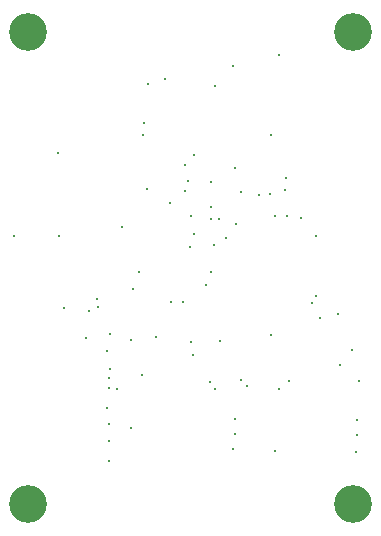
<source format=gbr>
%TF.GenerationSoftware,KiCad,Pcbnew,8.0.7*%
%TF.CreationDate,2025-01-10T16:13:56+05:30*%
%TF.ProjectId,STHDAQ_B0_COPY,53544844-4151-45f4-9230-5f434f50592e,rev?*%
%TF.SameCoordinates,Original*%
%TF.FileFunction,Plated,1,2,PTH,Drill*%
%TF.FilePolarity,Positive*%
%FSLAX46Y46*%
G04 Gerber Fmt 4.6, Leading zero omitted, Abs format (unit mm)*
G04 Created by KiCad (PCBNEW 8.0.7) date 2025-01-10 16:13:56*
%MOMM*%
%LPD*%
G01*
G04 APERTURE LIST*
%TA.AperFunction,ViaDrill*%
%ADD10C,0.300000*%
%TD*%
%TA.AperFunction,ComponentDrill*%
%ADD11C,3.200000*%
%TD*%
G04 APERTURE END LIST*
D10*
X182118000Y-77724000D03*
X185801000Y-70681002D03*
X185928000Y-77724000D03*
X186309000Y-83820000D03*
X188214000Y-86360000D03*
X188468000Y-84074000D03*
X189103000Y-83058000D03*
X189167557Y-83755020D03*
X189971316Y-92264520D03*
X189992000Y-87437000D03*
X190119000Y-89784000D03*
X190119000Y-90612000D03*
X190119000Y-93660000D03*
X190119000Y-95123000D03*
X190119000Y-96774000D03*
X190246000Y-86040000D03*
X190246000Y-88961000D03*
X190815252Y-90684366D03*
X191200000Y-77000000D03*
X191960000Y-86556897D03*
X192016446Y-93983000D03*
X192151000Y-82241652D03*
X192623000Y-80772000D03*
X192940000Y-89490000D03*
X192974000Y-69215000D03*
X193093695Y-68188197D03*
X193380921Y-73788077D03*
X193410000Y-64900000D03*
X194100000Y-86270000D03*
X194840000Y-64450000D03*
X195249800Y-74948999D03*
X195340000Y-83330000D03*
X196365884Y-83348776D03*
X196514946Y-73905054D03*
X196539998Y-71698998D03*
X196816446Y-73083554D03*
X196994632Y-78654632D03*
X197040000Y-76050000D03*
X197080000Y-86700000D03*
X197231000Y-87818000D03*
X197343795Y-70880205D03*
X197360000Y-77560000D03*
X198374000Y-81915000D03*
X198694243Y-90134999D03*
X198752696Y-75317304D03*
X198752696Y-76260000D03*
X198779000Y-73161759D03*
X198791000Y-80772000D03*
X199016764Y-78470980D03*
X199136000Y-65024000D03*
X199136000Y-90678000D03*
X199451430Y-76310000D03*
X199517000Y-86614000D03*
X200057257Y-77892471D03*
X200660000Y-63373000D03*
X200660000Y-95764846D03*
X200779000Y-71950000D03*
X200799417Y-93218000D03*
X200799417Y-94488000D03*
X200900000Y-76760000D03*
X201295000Y-89935000D03*
X201306100Y-73987057D03*
X201803000Y-90435000D03*
X202819000Y-74295000D03*
X203749763Y-74148999D03*
X203835000Y-86106000D03*
X203873731Y-69153731D03*
X204200000Y-95900000D03*
X204216000Y-76078000D03*
X204535999Y-62448000D03*
X204538999Y-90678000D03*
X204993200Y-73881998D03*
X205083199Y-72843758D03*
X205232000Y-76078000D03*
X205359000Y-90043000D03*
X206363418Y-76209855D03*
X207316002Y-83431000D03*
X207606382Y-82794067D03*
X207645000Y-77724000D03*
X207972000Y-84709000D03*
X209551553Y-84328000D03*
X209677000Y-88646000D03*
X210693000Y-87376000D03*
X211074000Y-96012000D03*
X211131998Y-93345000D03*
X211131998Y-94615000D03*
X211328000Y-90043000D03*
D11*
%TO.C,H2*%
X183261000Y-60457000D03*
%TO.C,H4*%
X183261000Y-100457000D03*
%TO.C,H3*%
X210761000Y-60457000D03*
%TO.C,H1*%
X210761000Y-100457000D03*
M02*

</source>
